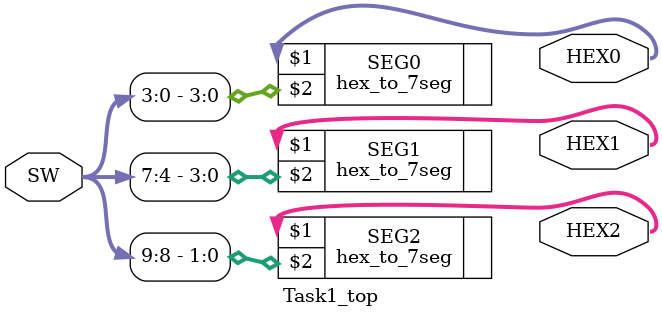
<source format=v>
module Task1_top (
	SW,
	HEX0,
	HEX1,
	HEX2
	);
	input	[9:0] SW;
	output[6:0] HEX0;
	output[6:0] HEX1;
	output[6:0] HEX2;
	
	hex_to_7seg	SEG0 (HEX0, SW[3:0]);
	hex_to_7seg	SEG1 (HEX1, SW[7:4]);
	hex_to_7seg	SEG2 (HEX2, SW[9:8]);
	
endmodule

</source>
